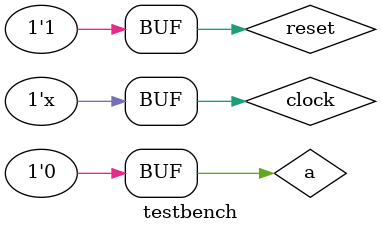
<source format=v>
`timescale 1ns / 1ps
module testbench();
    reg a=0;
    reg reset=1;
    reg clock;
    wire g;
    wire f;
//    wire [1:0]state;
//
Lab_7_1 test(
  .a(a),
  .reset(reset),
  .clock(clock),
  .g(g),
  .f(f)
//  .state(state)
);
   initial 
   begin
   clock=0;
   #100;
   reset=0;
   #100;
   a=1;reset=1;
   #200;
   a=0;
   end
   
   always
   begin
     #10 clock=~clock;
     end

endmodule


</source>
